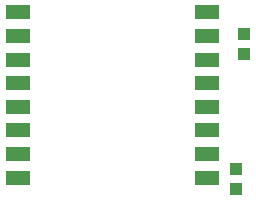
<source format=gbp>
G75*
G70*
%OFA0B0*%
%FSLAX24Y24*%
%IPPOS*%
%LPD*%
%AMOC8*
5,1,8,0,0,1.08239X$1,22.5*
%
%ADD10R,0.0787X0.0512*%
%ADD11R,0.0394X0.0433*%
%ADD12R,0.0433X0.0394*%
D10*
X001538Y006032D03*
X001538Y006819D03*
X001538Y007607D03*
X001538Y008394D03*
X001538Y009182D03*
X001538Y009969D03*
X001538Y010756D03*
X001538Y011544D03*
X007837Y011544D03*
X007837Y010756D03*
X007837Y009969D03*
X007837Y009182D03*
X007837Y008394D03*
X007837Y007607D03*
X007837Y006819D03*
X007837Y006032D03*
D11*
X008792Y005665D03*
X008792Y006334D03*
D12*
X009074Y010144D03*
X009074Y010813D03*
M02*

</source>
